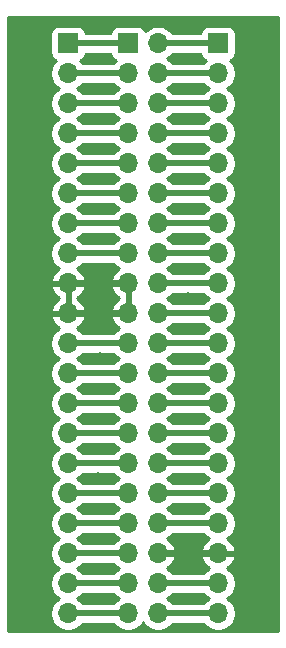
<source format=gbr>
%TF.GenerationSoftware,KiCad,Pcbnew,(5.1.6)-1*%
%TF.CreationDate,2021-12-04T14:03:29-08:00*%
%TF.ProjectId,Speeduino Pin Test Board,53706565-6475-4696-9e6f-2050696e2054,rev?*%
%TF.SameCoordinates,Original*%
%TF.FileFunction,Copper,L1,Top*%
%TF.FilePolarity,Positive*%
%FSLAX46Y46*%
G04 Gerber Fmt 4.6, Leading zero omitted, Abs format (unit mm)*
G04 Created by KiCad (PCBNEW (5.1.6)-1) date 2021-12-04 14:03:29*
%MOMM*%
%LPD*%
G01*
G04 APERTURE LIST*
%TA.AperFunction,ComponentPad*%
%ADD10O,1.700000X1.700000*%
%TD*%
%TA.AperFunction,ComponentPad*%
%ADD11R,1.700000X1.700000*%
%TD*%
%TA.AperFunction,ViaPad*%
%ADD12C,0.800000*%
%TD*%
%TA.AperFunction,Conductor*%
%ADD13C,0.508000*%
%TD*%
%TA.AperFunction,Conductor*%
%ADD14C,0.254000*%
%TD*%
G04 APERTURE END LIST*
D10*
%TO.P,J2,21*%
%TO.N,Net-(J2-Pad21)*%
X139700000Y-106426000D03*
%TO.P,J2,20*%
%TO.N,Net-(J1-Pad20)*%
X137160000Y-106426000D03*
%TO.P,J2,22*%
%TO.N,Net-(J2-Pad22)*%
X139700000Y-103886000D03*
%TO.P,J2,19*%
%TO.N,Net-(J1-Pad19)*%
X137160000Y-103886000D03*
%TO.P,J2,23*%
%TO.N,GND*%
X139700000Y-101346000D03*
%TO.P,J2,18*%
%TO.N,Net-(J1-Pad18)*%
X137160000Y-101346000D03*
%TO.P,J2,24*%
%TO.N,Net-(J2-Pad24)*%
X139700000Y-98806000D03*
%TO.P,J2,17*%
%TO.N,Net-(J1-Pad17)*%
X137160000Y-98806000D03*
%TO.P,J2,25*%
%TO.N,Net-(J2-Pad25)*%
X139700000Y-96266000D03*
%TO.P,J2,16*%
%TO.N,Net-(J1-Pad16)*%
X137160000Y-96266000D03*
%TO.P,J2,26*%
%TO.N,Net-(J2-Pad26)*%
X139700000Y-93726000D03*
%TO.P,J2,15*%
%TO.N,Net-(J1-Pad15)*%
X137160000Y-93726000D03*
%TO.P,J2,27*%
%TO.N,Net-(J2-Pad27)*%
X139700000Y-91186000D03*
%TO.P,J2,14*%
%TO.N,Net-(J1-Pad14)*%
X137160000Y-91186000D03*
%TO.P,J2,28*%
%TO.N,Net-(J2-Pad28)*%
X139700000Y-88646000D03*
%TO.P,J2,13*%
%TO.N,Net-(J1-Pad13)*%
X137160000Y-88646000D03*
%TO.P,J2,29*%
%TO.N,Net-(J2-Pad29)*%
X139700000Y-86106000D03*
%TO.P,J2,12*%
%TO.N,Net-(J1-Pad12)*%
X137160000Y-86106000D03*
%TO.P,J2,30*%
%TO.N,Net-(J2-Pad30)*%
X139700000Y-83566000D03*
%TO.P,J2,11*%
%TO.N,Net-(J1-Pad11)*%
X137160000Y-83566000D03*
%TO.P,J2,31*%
%TO.N,Net-(J2-Pad31)*%
X139700000Y-81026000D03*
%TO.P,J2,10*%
%TO.N,GND*%
X137160000Y-81026000D03*
%TO.P,J2,32*%
%TO.N,Net-(J2-Pad32)*%
X139700000Y-78486000D03*
%TO.P,J2,9*%
%TO.N,GND*%
X137160000Y-78486000D03*
%TO.P,J2,33*%
%TO.N,Net-(J2-Pad33)*%
X139700000Y-75946000D03*
%TO.P,J2,8*%
%TO.N,Net-(J1-Pad8)*%
X137160000Y-75946000D03*
%TO.P,J2,34*%
%TO.N,Net-(J2-Pad34)*%
X139700000Y-73406000D03*
%TO.P,J2,7*%
%TO.N,Net-(J1-Pad7)*%
X137160000Y-73406000D03*
%TO.P,J2,35*%
%TO.N,Net-(J2-Pad35)*%
X139700000Y-70866000D03*
%TO.P,J2,6*%
%TO.N,Net-(J1-Pad6)*%
X137160000Y-70866000D03*
%TO.P,J2,36*%
%TO.N,Net-(J2-Pad36)*%
X139700000Y-68326000D03*
%TO.P,J2,5*%
%TO.N,Net-(J1-Pad5)*%
X137160000Y-68326000D03*
%TO.P,J2,37*%
%TO.N,Net-(J2-Pad37)*%
X139700000Y-65786000D03*
%TO.P,J2,4*%
%TO.N,Net-(J1-Pad4)*%
X137160000Y-65786000D03*
%TO.P,J2,38*%
%TO.N,Net-(J2-Pad38)*%
X139700000Y-63246000D03*
%TO.P,J2,3*%
%TO.N,Net-(J1-Pad3)*%
X137160000Y-63246000D03*
%TO.P,J2,39*%
%TO.N,Net-(J2-Pad39)*%
X139700000Y-60706000D03*
%TO.P,J2,2*%
%TO.N,Net-(J1-Pad2)*%
X137160000Y-60706000D03*
%TO.P,J2,40*%
%TO.N,Net-(J2-Pad40)*%
X139700000Y-58166000D03*
D11*
%TO.P,J2,1*%
%TO.N,Net-(J1-Pad1)*%
X137160000Y-58166000D03*
%TD*%
D10*
%TO.P,J3,20*%
%TO.N,Net-(J2-Pad21)*%
X144780000Y-106426000D03*
%TO.P,J3,19*%
%TO.N,Net-(J2-Pad22)*%
X144780000Y-103886000D03*
%TO.P,J3,18*%
%TO.N,GND*%
X144780000Y-101346000D03*
%TO.P,J3,17*%
%TO.N,Net-(J2-Pad24)*%
X144780000Y-98806000D03*
%TO.P,J3,16*%
%TO.N,Net-(J2-Pad25)*%
X144780000Y-96266000D03*
%TO.P,J3,15*%
%TO.N,Net-(J2-Pad26)*%
X144780000Y-93726000D03*
%TO.P,J3,14*%
%TO.N,Net-(J2-Pad27)*%
X144780000Y-91186000D03*
%TO.P,J3,13*%
%TO.N,Net-(J2-Pad28)*%
X144780000Y-88646000D03*
%TO.P,J3,12*%
%TO.N,Net-(J2-Pad29)*%
X144780000Y-86106000D03*
%TO.P,J3,11*%
%TO.N,Net-(J2-Pad30)*%
X144780000Y-83566000D03*
%TO.P,J3,10*%
%TO.N,Net-(J2-Pad31)*%
X144780000Y-81026000D03*
%TO.P,J3,9*%
%TO.N,Net-(J2-Pad32)*%
X144780000Y-78486000D03*
%TO.P,J3,8*%
%TO.N,Net-(J2-Pad33)*%
X144780000Y-75946000D03*
%TO.P,J3,7*%
%TO.N,Net-(J2-Pad34)*%
X144780000Y-73406000D03*
%TO.P,J3,6*%
%TO.N,Net-(J2-Pad35)*%
X144780000Y-70866000D03*
%TO.P,J3,5*%
%TO.N,Net-(J2-Pad36)*%
X144780000Y-68326000D03*
%TO.P,J3,4*%
%TO.N,Net-(J2-Pad37)*%
X144780000Y-65786000D03*
%TO.P,J3,3*%
%TO.N,Net-(J2-Pad38)*%
X144780000Y-63246000D03*
%TO.P,J3,2*%
%TO.N,Net-(J2-Pad39)*%
X144780000Y-60706000D03*
D11*
%TO.P,J3,1*%
%TO.N,Net-(J2-Pad40)*%
X144780000Y-58166000D03*
%TD*%
D10*
%TO.P,J1,20*%
%TO.N,Net-(J1-Pad20)*%
X132080000Y-106426000D03*
%TO.P,J1,19*%
%TO.N,Net-(J1-Pad19)*%
X132080000Y-103886000D03*
%TO.P,J1,18*%
%TO.N,Net-(J1-Pad18)*%
X132080000Y-101346000D03*
%TO.P,J1,17*%
%TO.N,Net-(J1-Pad17)*%
X132080000Y-98806000D03*
%TO.P,J1,16*%
%TO.N,Net-(J1-Pad16)*%
X132080000Y-96266000D03*
%TO.P,J1,15*%
%TO.N,Net-(J1-Pad15)*%
X132080000Y-93726000D03*
%TO.P,J1,14*%
%TO.N,Net-(J1-Pad14)*%
X132080000Y-91186000D03*
%TO.P,J1,13*%
%TO.N,Net-(J1-Pad13)*%
X132080000Y-88646000D03*
%TO.P,J1,12*%
%TO.N,Net-(J1-Pad12)*%
X132080000Y-86106000D03*
%TO.P,J1,11*%
%TO.N,Net-(J1-Pad11)*%
X132080000Y-83566000D03*
%TO.P,J1,10*%
%TO.N,GND*%
X132080000Y-81026000D03*
%TO.P,J1,9*%
X132080000Y-78486000D03*
%TO.P,J1,8*%
%TO.N,Net-(J1-Pad8)*%
X132080000Y-75946000D03*
%TO.P,J1,7*%
%TO.N,Net-(J1-Pad7)*%
X132080000Y-73406000D03*
%TO.P,J1,6*%
%TO.N,Net-(J1-Pad6)*%
X132080000Y-70866000D03*
%TO.P,J1,5*%
%TO.N,Net-(J1-Pad5)*%
X132080000Y-68326000D03*
%TO.P,J1,4*%
%TO.N,Net-(J1-Pad4)*%
X132080000Y-65786000D03*
%TO.P,J1,3*%
%TO.N,Net-(J1-Pad3)*%
X132080000Y-63246000D03*
%TO.P,J1,2*%
%TO.N,Net-(J1-Pad2)*%
X132080000Y-60706000D03*
D11*
%TO.P,J1,1*%
%TO.N,Net-(J1-Pad1)*%
X132080000Y-58166000D03*
%TD*%
D12*
%TO.N,GND*%
X142240000Y-105156000D03*
X134620000Y-105283000D03*
X134620000Y-102616000D03*
X134620000Y-100203000D03*
X134620000Y-97663000D03*
X142240000Y-97663000D03*
X142240000Y-95123000D03*
X134620000Y-94869000D03*
X134620000Y-92456000D03*
X142240000Y-92456000D03*
X134620000Y-89916000D03*
X142240000Y-89916000D03*
X134620000Y-87376000D03*
X142367000Y-87503000D03*
X142367000Y-84963000D03*
X134747000Y-84709000D03*
X142367000Y-82296000D03*
X142240000Y-79629000D03*
X142113000Y-77343000D03*
X142113000Y-74676000D03*
X134620000Y-74803000D03*
X134747000Y-72136000D03*
X134747000Y-77470000D03*
X134620000Y-79883000D03*
X134620000Y-82296000D03*
X142240000Y-72136000D03*
X142367000Y-69596000D03*
X134493000Y-69596000D03*
X134493000Y-67056000D03*
X142240000Y-67183000D03*
X142240000Y-64643000D03*
X134620000Y-64516000D03*
X134620000Y-61976000D03*
X142240000Y-61976000D03*
X142240000Y-59436000D03*
X134620000Y-59436000D03*
X128143000Y-57023000D03*
X148590000Y-57023000D03*
X148590000Y-106680000D03*
X128651000Y-106426000D03*
%TD*%
D13*
%TO.N,Net-(J1-Pad20)*%
X132080000Y-106426000D02*
X137160000Y-106426000D01*
%TO.N,Net-(J1-Pad19)*%
X132080000Y-103886000D02*
X137160000Y-103886000D01*
%TO.N,Net-(J1-Pad18)*%
X132080000Y-101346000D02*
X137160000Y-101346000D01*
%TO.N,Net-(J1-Pad17)*%
X132080000Y-98806000D02*
X137160000Y-98806000D01*
%TO.N,Net-(J1-Pad16)*%
X132080000Y-96266000D02*
X137160000Y-96266000D01*
%TO.N,Net-(J1-Pad15)*%
X132080000Y-93726000D02*
X137160000Y-93726000D01*
%TO.N,Net-(J1-Pad14)*%
X132080000Y-91186000D02*
X137160000Y-91186000D01*
%TO.N,Net-(J1-Pad13)*%
X132080000Y-88646000D02*
X137160000Y-88646000D01*
%TO.N,Net-(J1-Pad12)*%
X132080000Y-86106000D02*
X137160000Y-86106000D01*
%TO.N,Net-(J1-Pad11)*%
X132080000Y-83566000D02*
X137160000Y-83566000D01*
%TO.N,Net-(J1-Pad8)*%
X132080000Y-75946000D02*
X137160000Y-75946000D01*
%TO.N,Net-(J1-Pad7)*%
X132080000Y-73406000D02*
X137160000Y-73406000D01*
%TO.N,Net-(J1-Pad6)*%
X132080000Y-70866000D02*
X137160000Y-70866000D01*
%TO.N,Net-(J1-Pad5)*%
X132080000Y-68326000D02*
X137160000Y-68326000D01*
%TO.N,Net-(J1-Pad4)*%
X132080000Y-65786000D02*
X137160000Y-65786000D01*
%TO.N,Net-(J1-Pad3)*%
X132080000Y-63246000D02*
X137160000Y-63246000D01*
%TO.N,Net-(J1-Pad2)*%
X132080000Y-60706000D02*
X137160000Y-60706000D01*
%TO.N,Net-(J1-Pad1)*%
X132080000Y-58166000D02*
X137160000Y-58166000D01*
%TO.N,Net-(J2-Pad40)*%
X139700000Y-58166000D02*
X144780000Y-58166000D01*
%TO.N,Net-(J2-Pad39)*%
X139700000Y-60706000D02*
X144780000Y-60706000D01*
%TO.N,Net-(J2-Pad38)*%
X139700000Y-63246000D02*
X144780000Y-63246000D01*
%TO.N,Net-(J2-Pad37)*%
X139700000Y-65786000D02*
X144780000Y-65786000D01*
%TO.N,Net-(J2-Pad36)*%
X139700000Y-68326000D02*
X144780000Y-68326000D01*
%TO.N,Net-(J2-Pad35)*%
X139700000Y-70866000D02*
X144780000Y-70866000D01*
%TO.N,Net-(J2-Pad34)*%
X139700000Y-73406000D02*
X144780000Y-73406000D01*
%TO.N,Net-(J2-Pad33)*%
X139700000Y-75946000D02*
X144780000Y-75946000D01*
%TO.N,Net-(J2-Pad32)*%
X139700000Y-78486000D02*
X144780000Y-78486000D01*
%TO.N,Net-(J2-Pad31)*%
X139700000Y-81026000D02*
X144780000Y-81026000D01*
%TO.N,Net-(J2-Pad30)*%
X139700000Y-83566000D02*
X144780000Y-83566000D01*
%TO.N,Net-(J2-Pad29)*%
X139700000Y-86106000D02*
X144780000Y-86106000D01*
%TO.N,Net-(J2-Pad28)*%
X139700000Y-88646000D02*
X144780000Y-88646000D01*
%TO.N,Net-(J2-Pad27)*%
X139700000Y-91186000D02*
X144780000Y-91186000D01*
%TO.N,Net-(J2-Pad26)*%
X139700000Y-93726000D02*
X144780000Y-93726000D01*
%TO.N,Net-(J2-Pad25)*%
X139700000Y-96266000D02*
X144780000Y-96266000D01*
%TO.N,Net-(J2-Pad24)*%
X139700000Y-98806000D02*
X144780000Y-98806000D01*
%TO.N,Net-(J2-Pad22)*%
X139700000Y-103886000D02*
X144780000Y-103886000D01*
%TO.N,Net-(J2-Pad21)*%
X139700000Y-106426000D02*
X144780000Y-106426000D01*
%TO.N,GND*%
X132080000Y-81026000D02*
X137160000Y-81026000D01*
X132080000Y-78486000D02*
X137160000Y-78486000D01*
X139700000Y-101346000D02*
X144780000Y-101346000D01*
%TD*%
D14*
%TO.N,GND*%
G36*
X149835001Y-107925000D02*
G01*
X127025000Y-107925000D01*
X127025000Y-78842890D01*
X130638524Y-78842890D01*
X130683175Y-78990099D01*
X130808359Y-79252920D01*
X130982412Y-79486269D01*
X131198645Y-79681178D01*
X131324255Y-79756000D01*
X131198645Y-79830822D01*
X130982412Y-80025731D01*
X130808359Y-80259080D01*
X130683175Y-80521901D01*
X130638524Y-80669110D01*
X130759845Y-80899000D01*
X131953000Y-80899000D01*
X131953000Y-78613000D01*
X132207000Y-78613000D01*
X132207000Y-80899000D01*
X133400155Y-80899000D01*
X133521476Y-80669110D01*
X133476825Y-80521901D01*
X133351641Y-80259080D01*
X133177588Y-80025731D01*
X132961355Y-79830822D01*
X132835745Y-79756000D01*
X132961355Y-79681178D01*
X133177588Y-79486269D01*
X133351641Y-79252920D01*
X133476825Y-78990099D01*
X133521476Y-78842890D01*
X135718524Y-78842890D01*
X135763175Y-78990099D01*
X135888359Y-79252920D01*
X136062412Y-79486269D01*
X136278645Y-79681178D01*
X136404255Y-79756000D01*
X136278645Y-79830822D01*
X136062412Y-80025731D01*
X135888359Y-80259080D01*
X135763175Y-80521901D01*
X135718524Y-80669110D01*
X135839845Y-80899000D01*
X137033000Y-80899000D01*
X137033000Y-78613000D01*
X135839845Y-78613000D01*
X135718524Y-78842890D01*
X133521476Y-78842890D01*
X133400155Y-78613000D01*
X132207000Y-78613000D01*
X131953000Y-78613000D01*
X130759845Y-78613000D01*
X130638524Y-78842890D01*
X127025000Y-78842890D01*
X127025000Y-57316000D01*
X130591928Y-57316000D01*
X130591928Y-59016000D01*
X130604188Y-59140482D01*
X130640498Y-59260180D01*
X130699463Y-59370494D01*
X130778815Y-59467185D01*
X130875506Y-59546537D01*
X130985820Y-59605502D01*
X131058380Y-59627513D01*
X130926525Y-59759368D01*
X130764010Y-60002589D01*
X130652068Y-60272842D01*
X130595000Y-60559740D01*
X130595000Y-60852260D01*
X130652068Y-61139158D01*
X130764010Y-61409411D01*
X130926525Y-61652632D01*
X131133368Y-61859475D01*
X131307760Y-61976000D01*
X131133368Y-62092525D01*
X130926525Y-62299368D01*
X130764010Y-62542589D01*
X130652068Y-62812842D01*
X130595000Y-63099740D01*
X130595000Y-63392260D01*
X130652068Y-63679158D01*
X130764010Y-63949411D01*
X130926525Y-64192632D01*
X131133368Y-64399475D01*
X131307760Y-64516000D01*
X131133368Y-64632525D01*
X130926525Y-64839368D01*
X130764010Y-65082589D01*
X130652068Y-65352842D01*
X130595000Y-65639740D01*
X130595000Y-65932260D01*
X130652068Y-66219158D01*
X130764010Y-66489411D01*
X130926525Y-66732632D01*
X131133368Y-66939475D01*
X131307760Y-67056000D01*
X131133368Y-67172525D01*
X130926525Y-67379368D01*
X130764010Y-67622589D01*
X130652068Y-67892842D01*
X130595000Y-68179740D01*
X130595000Y-68472260D01*
X130652068Y-68759158D01*
X130764010Y-69029411D01*
X130926525Y-69272632D01*
X131133368Y-69479475D01*
X131307760Y-69596000D01*
X131133368Y-69712525D01*
X130926525Y-69919368D01*
X130764010Y-70162589D01*
X130652068Y-70432842D01*
X130595000Y-70719740D01*
X130595000Y-71012260D01*
X130652068Y-71299158D01*
X130764010Y-71569411D01*
X130926525Y-71812632D01*
X131133368Y-72019475D01*
X131307760Y-72136000D01*
X131133368Y-72252525D01*
X130926525Y-72459368D01*
X130764010Y-72702589D01*
X130652068Y-72972842D01*
X130595000Y-73259740D01*
X130595000Y-73552260D01*
X130652068Y-73839158D01*
X130764010Y-74109411D01*
X130926525Y-74352632D01*
X131133368Y-74559475D01*
X131307760Y-74676000D01*
X131133368Y-74792525D01*
X130926525Y-74999368D01*
X130764010Y-75242589D01*
X130652068Y-75512842D01*
X130595000Y-75799740D01*
X130595000Y-76092260D01*
X130652068Y-76379158D01*
X130764010Y-76649411D01*
X130926525Y-76892632D01*
X131133368Y-77099475D01*
X131315534Y-77221195D01*
X131198645Y-77290822D01*
X130982412Y-77485731D01*
X130808359Y-77719080D01*
X130683175Y-77981901D01*
X130638524Y-78129110D01*
X130759845Y-78359000D01*
X131953000Y-78359000D01*
X131953000Y-78339000D01*
X132207000Y-78339000D01*
X132207000Y-78359000D01*
X133400155Y-78359000D01*
X133521476Y-78129110D01*
X133476825Y-77981901D01*
X133351641Y-77719080D01*
X133177588Y-77485731D01*
X132961355Y-77290822D01*
X132844466Y-77221195D01*
X133026632Y-77099475D01*
X133233475Y-76892632D01*
X133271983Y-76835000D01*
X135968017Y-76835000D01*
X136006525Y-76892632D01*
X136213368Y-77099475D01*
X136395534Y-77221195D01*
X136278645Y-77290822D01*
X136062412Y-77485731D01*
X135888359Y-77719080D01*
X135763175Y-77981901D01*
X135718524Y-78129110D01*
X135839845Y-78359000D01*
X137033000Y-78359000D01*
X137033000Y-78339000D01*
X137287000Y-78339000D01*
X137287000Y-78359000D01*
X137307000Y-78359000D01*
X137307000Y-78613000D01*
X137287000Y-78613000D01*
X137287000Y-80899000D01*
X137307000Y-80899000D01*
X137307000Y-81153000D01*
X137287000Y-81153000D01*
X137287000Y-81173000D01*
X137033000Y-81173000D01*
X137033000Y-81153000D01*
X135839845Y-81153000D01*
X135718524Y-81382890D01*
X135763175Y-81530099D01*
X135888359Y-81792920D01*
X136062412Y-82026269D01*
X136278645Y-82221178D01*
X136395534Y-82290805D01*
X136213368Y-82412525D01*
X136006525Y-82619368D01*
X135968017Y-82677000D01*
X133271983Y-82677000D01*
X133233475Y-82619368D01*
X133026632Y-82412525D01*
X132844466Y-82290805D01*
X132961355Y-82221178D01*
X133177588Y-82026269D01*
X133351641Y-81792920D01*
X133476825Y-81530099D01*
X133521476Y-81382890D01*
X133400155Y-81153000D01*
X132207000Y-81153000D01*
X132207000Y-81173000D01*
X131953000Y-81173000D01*
X131953000Y-81153000D01*
X130759845Y-81153000D01*
X130638524Y-81382890D01*
X130683175Y-81530099D01*
X130808359Y-81792920D01*
X130982412Y-82026269D01*
X131198645Y-82221178D01*
X131315534Y-82290805D01*
X131133368Y-82412525D01*
X130926525Y-82619368D01*
X130764010Y-82862589D01*
X130652068Y-83132842D01*
X130595000Y-83419740D01*
X130595000Y-83712260D01*
X130652068Y-83999158D01*
X130764010Y-84269411D01*
X130926525Y-84512632D01*
X131133368Y-84719475D01*
X131307760Y-84836000D01*
X131133368Y-84952525D01*
X130926525Y-85159368D01*
X130764010Y-85402589D01*
X130652068Y-85672842D01*
X130595000Y-85959740D01*
X130595000Y-86252260D01*
X130652068Y-86539158D01*
X130764010Y-86809411D01*
X130926525Y-87052632D01*
X131133368Y-87259475D01*
X131307760Y-87376000D01*
X131133368Y-87492525D01*
X130926525Y-87699368D01*
X130764010Y-87942589D01*
X130652068Y-88212842D01*
X130595000Y-88499740D01*
X130595000Y-88792260D01*
X130652068Y-89079158D01*
X130764010Y-89349411D01*
X130926525Y-89592632D01*
X131133368Y-89799475D01*
X131307760Y-89916000D01*
X131133368Y-90032525D01*
X130926525Y-90239368D01*
X130764010Y-90482589D01*
X130652068Y-90752842D01*
X130595000Y-91039740D01*
X130595000Y-91332260D01*
X130652068Y-91619158D01*
X130764010Y-91889411D01*
X130926525Y-92132632D01*
X131133368Y-92339475D01*
X131307760Y-92456000D01*
X131133368Y-92572525D01*
X130926525Y-92779368D01*
X130764010Y-93022589D01*
X130652068Y-93292842D01*
X130595000Y-93579740D01*
X130595000Y-93872260D01*
X130652068Y-94159158D01*
X130764010Y-94429411D01*
X130926525Y-94672632D01*
X131133368Y-94879475D01*
X131307760Y-94996000D01*
X131133368Y-95112525D01*
X130926525Y-95319368D01*
X130764010Y-95562589D01*
X130652068Y-95832842D01*
X130595000Y-96119740D01*
X130595000Y-96412260D01*
X130652068Y-96699158D01*
X130764010Y-96969411D01*
X130926525Y-97212632D01*
X131133368Y-97419475D01*
X131307760Y-97536000D01*
X131133368Y-97652525D01*
X130926525Y-97859368D01*
X130764010Y-98102589D01*
X130652068Y-98372842D01*
X130595000Y-98659740D01*
X130595000Y-98952260D01*
X130652068Y-99239158D01*
X130764010Y-99509411D01*
X130926525Y-99752632D01*
X131133368Y-99959475D01*
X131307760Y-100076000D01*
X131133368Y-100192525D01*
X130926525Y-100399368D01*
X130764010Y-100642589D01*
X130652068Y-100912842D01*
X130595000Y-101199740D01*
X130595000Y-101492260D01*
X130652068Y-101779158D01*
X130764010Y-102049411D01*
X130926525Y-102292632D01*
X131133368Y-102499475D01*
X131307760Y-102616000D01*
X131133368Y-102732525D01*
X130926525Y-102939368D01*
X130764010Y-103182589D01*
X130652068Y-103452842D01*
X130595000Y-103739740D01*
X130595000Y-104032260D01*
X130652068Y-104319158D01*
X130764010Y-104589411D01*
X130926525Y-104832632D01*
X131133368Y-105039475D01*
X131307760Y-105156000D01*
X131133368Y-105272525D01*
X130926525Y-105479368D01*
X130764010Y-105722589D01*
X130652068Y-105992842D01*
X130595000Y-106279740D01*
X130595000Y-106572260D01*
X130652068Y-106859158D01*
X130764010Y-107129411D01*
X130926525Y-107372632D01*
X131133368Y-107579475D01*
X131376589Y-107741990D01*
X131646842Y-107853932D01*
X131933740Y-107911000D01*
X132226260Y-107911000D01*
X132513158Y-107853932D01*
X132783411Y-107741990D01*
X133026632Y-107579475D01*
X133233475Y-107372632D01*
X133271983Y-107315000D01*
X135968017Y-107315000D01*
X136006525Y-107372632D01*
X136213368Y-107579475D01*
X136456589Y-107741990D01*
X136726842Y-107853932D01*
X137013740Y-107911000D01*
X137306260Y-107911000D01*
X137593158Y-107853932D01*
X137863411Y-107741990D01*
X138106632Y-107579475D01*
X138313475Y-107372632D01*
X138430000Y-107198240D01*
X138546525Y-107372632D01*
X138753368Y-107579475D01*
X138996589Y-107741990D01*
X139266842Y-107853932D01*
X139553740Y-107911000D01*
X139846260Y-107911000D01*
X140133158Y-107853932D01*
X140403411Y-107741990D01*
X140646632Y-107579475D01*
X140853475Y-107372632D01*
X140891983Y-107315000D01*
X143588017Y-107315000D01*
X143626525Y-107372632D01*
X143833368Y-107579475D01*
X144076589Y-107741990D01*
X144346842Y-107853932D01*
X144633740Y-107911000D01*
X144926260Y-107911000D01*
X145213158Y-107853932D01*
X145483411Y-107741990D01*
X145726632Y-107579475D01*
X145933475Y-107372632D01*
X146095990Y-107129411D01*
X146207932Y-106859158D01*
X146265000Y-106572260D01*
X146265000Y-106279740D01*
X146207932Y-105992842D01*
X146095990Y-105722589D01*
X145933475Y-105479368D01*
X145726632Y-105272525D01*
X145552240Y-105156000D01*
X145726632Y-105039475D01*
X145933475Y-104832632D01*
X146095990Y-104589411D01*
X146207932Y-104319158D01*
X146265000Y-104032260D01*
X146265000Y-103739740D01*
X146207932Y-103452842D01*
X146095990Y-103182589D01*
X145933475Y-102939368D01*
X145726632Y-102732525D01*
X145544466Y-102610805D01*
X145661355Y-102541178D01*
X145877588Y-102346269D01*
X146051641Y-102112920D01*
X146176825Y-101850099D01*
X146221476Y-101702890D01*
X146100155Y-101473000D01*
X144907000Y-101473000D01*
X144907000Y-101493000D01*
X144653000Y-101493000D01*
X144653000Y-101473000D01*
X143459845Y-101473000D01*
X143338524Y-101702890D01*
X143383175Y-101850099D01*
X143508359Y-102112920D01*
X143682412Y-102346269D01*
X143898645Y-102541178D01*
X144015534Y-102610805D01*
X143833368Y-102732525D01*
X143626525Y-102939368D01*
X143588017Y-102997000D01*
X140891983Y-102997000D01*
X140853475Y-102939368D01*
X140646632Y-102732525D01*
X140464466Y-102610805D01*
X140581355Y-102541178D01*
X140797588Y-102346269D01*
X140971641Y-102112920D01*
X141096825Y-101850099D01*
X141141476Y-101702890D01*
X141020155Y-101473000D01*
X139827000Y-101473000D01*
X139827000Y-101493000D01*
X139573000Y-101493000D01*
X139573000Y-101473000D01*
X139553000Y-101473000D01*
X139553000Y-101219000D01*
X139573000Y-101219000D01*
X139573000Y-101199000D01*
X139827000Y-101199000D01*
X139827000Y-101219000D01*
X141020155Y-101219000D01*
X141141476Y-100989110D01*
X141096825Y-100841901D01*
X140971641Y-100579080D01*
X140797588Y-100345731D01*
X140581355Y-100150822D01*
X140464466Y-100081195D01*
X140646632Y-99959475D01*
X140853475Y-99752632D01*
X140891983Y-99695000D01*
X143588017Y-99695000D01*
X143626525Y-99752632D01*
X143833368Y-99959475D01*
X144015534Y-100081195D01*
X143898645Y-100150822D01*
X143682412Y-100345731D01*
X143508359Y-100579080D01*
X143383175Y-100841901D01*
X143338524Y-100989110D01*
X143459845Y-101219000D01*
X144653000Y-101219000D01*
X144653000Y-101199000D01*
X144907000Y-101199000D01*
X144907000Y-101219000D01*
X146100155Y-101219000D01*
X146221476Y-100989110D01*
X146176825Y-100841901D01*
X146051641Y-100579080D01*
X145877588Y-100345731D01*
X145661355Y-100150822D01*
X145544466Y-100081195D01*
X145726632Y-99959475D01*
X145933475Y-99752632D01*
X146095990Y-99509411D01*
X146207932Y-99239158D01*
X146265000Y-98952260D01*
X146265000Y-98659740D01*
X146207932Y-98372842D01*
X146095990Y-98102589D01*
X145933475Y-97859368D01*
X145726632Y-97652525D01*
X145552240Y-97536000D01*
X145726632Y-97419475D01*
X145933475Y-97212632D01*
X146095990Y-96969411D01*
X146207932Y-96699158D01*
X146265000Y-96412260D01*
X146265000Y-96119740D01*
X146207932Y-95832842D01*
X146095990Y-95562589D01*
X145933475Y-95319368D01*
X145726632Y-95112525D01*
X145552240Y-94996000D01*
X145726632Y-94879475D01*
X145933475Y-94672632D01*
X146095990Y-94429411D01*
X146207932Y-94159158D01*
X146265000Y-93872260D01*
X146265000Y-93579740D01*
X146207932Y-93292842D01*
X146095990Y-93022589D01*
X145933475Y-92779368D01*
X145726632Y-92572525D01*
X145552240Y-92456000D01*
X145726632Y-92339475D01*
X145933475Y-92132632D01*
X146095990Y-91889411D01*
X146207932Y-91619158D01*
X146265000Y-91332260D01*
X146265000Y-91039740D01*
X146207932Y-90752842D01*
X146095990Y-90482589D01*
X145933475Y-90239368D01*
X145726632Y-90032525D01*
X145552240Y-89916000D01*
X145726632Y-89799475D01*
X145933475Y-89592632D01*
X146095990Y-89349411D01*
X146207932Y-89079158D01*
X146265000Y-88792260D01*
X146265000Y-88499740D01*
X146207932Y-88212842D01*
X146095990Y-87942589D01*
X145933475Y-87699368D01*
X145726632Y-87492525D01*
X145552240Y-87376000D01*
X145726632Y-87259475D01*
X145933475Y-87052632D01*
X146095990Y-86809411D01*
X146207932Y-86539158D01*
X146265000Y-86252260D01*
X146265000Y-85959740D01*
X146207932Y-85672842D01*
X146095990Y-85402589D01*
X145933475Y-85159368D01*
X145726632Y-84952525D01*
X145552240Y-84836000D01*
X145726632Y-84719475D01*
X145933475Y-84512632D01*
X146095990Y-84269411D01*
X146207932Y-83999158D01*
X146265000Y-83712260D01*
X146265000Y-83419740D01*
X146207932Y-83132842D01*
X146095990Y-82862589D01*
X145933475Y-82619368D01*
X145726632Y-82412525D01*
X145552240Y-82296000D01*
X145726632Y-82179475D01*
X145933475Y-81972632D01*
X146095990Y-81729411D01*
X146207932Y-81459158D01*
X146265000Y-81172260D01*
X146265000Y-80879740D01*
X146207932Y-80592842D01*
X146095990Y-80322589D01*
X145933475Y-80079368D01*
X145726632Y-79872525D01*
X145552240Y-79756000D01*
X145726632Y-79639475D01*
X145933475Y-79432632D01*
X146095990Y-79189411D01*
X146207932Y-78919158D01*
X146265000Y-78632260D01*
X146265000Y-78339740D01*
X146207932Y-78052842D01*
X146095990Y-77782589D01*
X145933475Y-77539368D01*
X145726632Y-77332525D01*
X145552240Y-77216000D01*
X145726632Y-77099475D01*
X145933475Y-76892632D01*
X146095990Y-76649411D01*
X146207932Y-76379158D01*
X146265000Y-76092260D01*
X146265000Y-75799740D01*
X146207932Y-75512842D01*
X146095990Y-75242589D01*
X145933475Y-74999368D01*
X145726632Y-74792525D01*
X145552240Y-74676000D01*
X145726632Y-74559475D01*
X145933475Y-74352632D01*
X146095990Y-74109411D01*
X146207932Y-73839158D01*
X146265000Y-73552260D01*
X146265000Y-73259740D01*
X146207932Y-72972842D01*
X146095990Y-72702589D01*
X145933475Y-72459368D01*
X145726632Y-72252525D01*
X145552240Y-72136000D01*
X145726632Y-72019475D01*
X145933475Y-71812632D01*
X146095990Y-71569411D01*
X146207932Y-71299158D01*
X146265000Y-71012260D01*
X146265000Y-70719740D01*
X146207932Y-70432842D01*
X146095990Y-70162589D01*
X145933475Y-69919368D01*
X145726632Y-69712525D01*
X145552240Y-69596000D01*
X145726632Y-69479475D01*
X145933475Y-69272632D01*
X146095990Y-69029411D01*
X146207932Y-68759158D01*
X146265000Y-68472260D01*
X146265000Y-68179740D01*
X146207932Y-67892842D01*
X146095990Y-67622589D01*
X145933475Y-67379368D01*
X145726632Y-67172525D01*
X145552240Y-67056000D01*
X145726632Y-66939475D01*
X145933475Y-66732632D01*
X146095990Y-66489411D01*
X146207932Y-66219158D01*
X146265000Y-65932260D01*
X146265000Y-65639740D01*
X146207932Y-65352842D01*
X146095990Y-65082589D01*
X145933475Y-64839368D01*
X145726632Y-64632525D01*
X145552240Y-64516000D01*
X145726632Y-64399475D01*
X145933475Y-64192632D01*
X146095990Y-63949411D01*
X146207932Y-63679158D01*
X146265000Y-63392260D01*
X146265000Y-63099740D01*
X146207932Y-62812842D01*
X146095990Y-62542589D01*
X145933475Y-62299368D01*
X145726632Y-62092525D01*
X145552240Y-61976000D01*
X145726632Y-61859475D01*
X145933475Y-61652632D01*
X146095990Y-61409411D01*
X146207932Y-61139158D01*
X146265000Y-60852260D01*
X146265000Y-60559740D01*
X146207932Y-60272842D01*
X146095990Y-60002589D01*
X145933475Y-59759368D01*
X145801620Y-59627513D01*
X145874180Y-59605502D01*
X145984494Y-59546537D01*
X146081185Y-59467185D01*
X146160537Y-59370494D01*
X146219502Y-59260180D01*
X146255812Y-59140482D01*
X146268072Y-59016000D01*
X146268072Y-57316000D01*
X146255812Y-57191518D01*
X146219502Y-57071820D01*
X146160537Y-56961506D01*
X146081185Y-56864815D01*
X145984494Y-56785463D01*
X145874180Y-56726498D01*
X145754482Y-56690188D01*
X145630000Y-56677928D01*
X143930000Y-56677928D01*
X143805518Y-56690188D01*
X143685820Y-56726498D01*
X143575506Y-56785463D01*
X143478815Y-56864815D01*
X143399463Y-56961506D01*
X143340498Y-57071820D01*
X143304188Y-57191518D01*
X143295769Y-57277000D01*
X140891983Y-57277000D01*
X140853475Y-57219368D01*
X140646632Y-57012525D01*
X140403411Y-56850010D01*
X140133158Y-56738068D01*
X139846260Y-56681000D01*
X139553740Y-56681000D01*
X139266842Y-56738068D01*
X138996589Y-56850010D01*
X138753368Y-57012525D01*
X138621513Y-57144380D01*
X138599502Y-57071820D01*
X138540537Y-56961506D01*
X138461185Y-56864815D01*
X138364494Y-56785463D01*
X138254180Y-56726498D01*
X138134482Y-56690188D01*
X138010000Y-56677928D01*
X136310000Y-56677928D01*
X136185518Y-56690188D01*
X136065820Y-56726498D01*
X135955506Y-56785463D01*
X135858815Y-56864815D01*
X135779463Y-56961506D01*
X135720498Y-57071820D01*
X135684188Y-57191518D01*
X135675769Y-57277000D01*
X133564231Y-57277000D01*
X133555812Y-57191518D01*
X133519502Y-57071820D01*
X133460537Y-56961506D01*
X133381185Y-56864815D01*
X133284494Y-56785463D01*
X133174180Y-56726498D01*
X133054482Y-56690188D01*
X132930000Y-56677928D01*
X131230000Y-56677928D01*
X131105518Y-56690188D01*
X130985820Y-56726498D01*
X130875506Y-56785463D01*
X130778815Y-56864815D01*
X130699463Y-56961506D01*
X130640498Y-57071820D01*
X130604188Y-57191518D01*
X130591928Y-57316000D01*
X127025000Y-57316000D01*
X127025000Y-55905000D01*
X149835000Y-55905000D01*
X149835001Y-107925000D01*
G37*
X149835001Y-107925000D02*
X127025000Y-107925000D01*
X127025000Y-78842890D01*
X130638524Y-78842890D01*
X130683175Y-78990099D01*
X130808359Y-79252920D01*
X130982412Y-79486269D01*
X131198645Y-79681178D01*
X131324255Y-79756000D01*
X131198645Y-79830822D01*
X130982412Y-80025731D01*
X130808359Y-80259080D01*
X130683175Y-80521901D01*
X130638524Y-80669110D01*
X130759845Y-80899000D01*
X131953000Y-80899000D01*
X131953000Y-78613000D01*
X132207000Y-78613000D01*
X132207000Y-80899000D01*
X133400155Y-80899000D01*
X133521476Y-80669110D01*
X133476825Y-80521901D01*
X133351641Y-80259080D01*
X133177588Y-80025731D01*
X132961355Y-79830822D01*
X132835745Y-79756000D01*
X132961355Y-79681178D01*
X133177588Y-79486269D01*
X133351641Y-79252920D01*
X133476825Y-78990099D01*
X133521476Y-78842890D01*
X135718524Y-78842890D01*
X135763175Y-78990099D01*
X135888359Y-79252920D01*
X136062412Y-79486269D01*
X136278645Y-79681178D01*
X136404255Y-79756000D01*
X136278645Y-79830822D01*
X136062412Y-80025731D01*
X135888359Y-80259080D01*
X135763175Y-80521901D01*
X135718524Y-80669110D01*
X135839845Y-80899000D01*
X137033000Y-80899000D01*
X137033000Y-78613000D01*
X135839845Y-78613000D01*
X135718524Y-78842890D01*
X133521476Y-78842890D01*
X133400155Y-78613000D01*
X132207000Y-78613000D01*
X131953000Y-78613000D01*
X130759845Y-78613000D01*
X130638524Y-78842890D01*
X127025000Y-78842890D01*
X127025000Y-57316000D01*
X130591928Y-57316000D01*
X130591928Y-59016000D01*
X130604188Y-59140482D01*
X130640498Y-59260180D01*
X130699463Y-59370494D01*
X130778815Y-59467185D01*
X130875506Y-59546537D01*
X130985820Y-59605502D01*
X131058380Y-59627513D01*
X130926525Y-59759368D01*
X130764010Y-60002589D01*
X130652068Y-60272842D01*
X130595000Y-60559740D01*
X130595000Y-60852260D01*
X130652068Y-61139158D01*
X130764010Y-61409411D01*
X130926525Y-61652632D01*
X131133368Y-61859475D01*
X131307760Y-61976000D01*
X131133368Y-62092525D01*
X130926525Y-62299368D01*
X130764010Y-62542589D01*
X130652068Y-62812842D01*
X130595000Y-63099740D01*
X130595000Y-63392260D01*
X130652068Y-63679158D01*
X130764010Y-63949411D01*
X130926525Y-64192632D01*
X131133368Y-64399475D01*
X131307760Y-64516000D01*
X131133368Y-64632525D01*
X130926525Y-64839368D01*
X130764010Y-65082589D01*
X130652068Y-65352842D01*
X130595000Y-65639740D01*
X130595000Y-65932260D01*
X130652068Y-66219158D01*
X130764010Y-66489411D01*
X130926525Y-66732632D01*
X131133368Y-66939475D01*
X131307760Y-67056000D01*
X131133368Y-67172525D01*
X130926525Y-67379368D01*
X130764010Y-67622589D01*
X130652068Y-67892842D01*
X130595000Y-68179740D01*
X130595000Y-68472260D01*
X130652068Y-68759158D01*
X130764010Y-69029411D01*
X130926525Y-69272632D01*
X131133368Y-69479475D01*
X131307760Y-69596000D01*
X131133368Y-69712525D01*
X130926525Y-69919368D01*
X130764010Y-70162589D01*
X130652068Y-70432842D01*
X130595000Y-70719740D01*
X130595000Y-71012260D01*
X130652068Y-71299158D01*
X130764010Y-71569411D01*
X130926525Y-71812632D01*
X131133368Y-72019475D01*
X131307760Y-72136000D01*
X131133368Y-72252525D01*
X130926525Y-72459368D01*
X130764010Y-72702589D01*
X130652068Y-72972842D01*
X130595000Y-73259740D01*
X130595000Y-73552260D01*
X130652068Y-73839158D01*
X130764010Y-74109411D01*
X130926525Y-74352632D01*
X131133368Y-74559475D01*
X131307760Y-74676000D01*
X131133368Y-74792525D01*
X130926525Y-74999368D01*
X130764010Y-75242589D01*
X130652068Y-75512842D01*
X130595000Y-75799740D01*
X130595000Y-76092260D01*
X130652068Y-76379158D01*
X130764010Y-76649411D01*
X130926525Y-76892632D01*
X131133368Y-77099475D01*
X131315534Y-77221195D01*
X131198645Y-77290822D01*
X130982412Y-77485731D01*
X130808359Y-77719080D01*
X130683175Y-77981901D01*
X130638524Y-78129110D01*
X130759845Y-78359000D01*
X131953000Y-78359000D01*
X131953000Y-78339000D01*
X132207000Y-78339000D01*
X132207000Y-78359000D01*
X133400155Y-78359000D01*
X133521476Y-78129110D01*
X133476825Y-77981901D01*
X133351641Y-77719080D01*
X133177588Y-77485731D01*
X132961355Y-77290822D01*
X132844466Y-77221195D01*
X133026632Y-77099475D01*
X133233475Y-76892632D01*
X133271983Y-76835000D01*
X135968017Y-76835000D01*
X136006525Y-76892632D01*
X136213368Y-77099475D01*
X136395534Y-77221195D01*
X136278645Y-77290822D01*
X136062412Y-77485731D01*
X135888359Y-77719080D01*
X135763175Y-77981901D01*
X135718524Y-78129110D01*
X135839845Y-78359000D01*
X137033000Y-78359000D01*
X137033000Y-78339000D01*
X137287000Y-78339000D01*
X137287000Y-78359000D01*
X137307000Y-78359000D01*
X137307000Y-78613000D01*
X137287000Y-78613000D01*
X137287000Y-80899000D01*
X137307000Y-80899000D01*
X137307000Y-81153000D01*
X137287000Y-81153000D01*
X137287000Y-81173000D01*
X137033000Y-81173000D01*
X137033000Y-81153000D01*
X135839845Y-81153000D01*
X135718524Y-81382890D01*
X135763175Y-81530099D01*
X135888359Y-81792920D01*
X136062412Y-82026269D01*
X136278645Y-82221178D01*
X136395534Y-82290805D01*
X136213368Y-82412525D01*
X136006525Y-82619368D01*
X135968017Y-82677000D01*
X133271983Y-82677000D01*
X133233475Y-82619368D01*
X133026632Y-82412525D01*
X132844466Y-82290805D01*
X132961355Y-82221178D01*
X133177588Y-82026269D01*
X133351641Y-81792920D01*
X133476825Y-81530099D01*
X133521476Y-81382890D01*
X133400155Y-81153000D01*
X132207000Y-81153000D01*
X132207000Y-81173000D01*
X131953000Y-81173000D01*
X131953000Y-81153000D01*
X130759845Y-81153000D01*
X130638524Y-81382890D01*
X130683175Y-81530099D01*
X130808359Y-81792920D01*
X130982412Y-82026269D01*
X131198645Y-82221178D01*
X131315534Y-82290805D01*
X131133368Y-82412525D01*
X130926525Y-82619368D01*
X130764010Y-82862589D01*
X130652068Y-83132842D01*
X130595000Y-83419740D01*
X130595000Y-83712260D01*
X130652068Y-83999158D01*
X130764010Y-84269411D01*
X130926525Y-84512632D01*
X131133368Y-84719475D01*
X131307760Y-84836000D01*
X131133368Y-84952525D01*
X130926525Y-85159368D01*
X130764010Y-85402589D01*
X130652068Y-85672842D01*
X130595000Y-85959740D01*
X130595000Y-86252260D01*
X130652068Y-86539158D01*
X130764010Y-86809411D01*
X130926525Y-87052632D01*
X131133368Y-87259475D01*
X131307760Y-87376000D01*
X131133368Y-87492525D01*
X130926525Y-87699368D01*
X130764010Y-87942589D01*
X130652068Y-88212842D01*
X130595000Y-88499740D01*
X130595000Y-88792260D01*
X130652068Y-89079158D01*
X130764010Y-89349411D01*
X130926525Y-89592632D01*
X131133368Y-89799475D01*
X131307760Y-89916000D01*
X131133368Y-90032525D01*
X130926525Y-90239368D01*
X130764010Y-90482589D01*
X130652068Y-90752842D01*
X130595000Y-91039740D01*
X130595000Y-91332260D01*
X130652068Y-91619158D01*
X130764010Y-91889411D01*
X130926525Y-92132632D01*
X131133368Y-92339475D01*
X131307760Y-92456000D01*
X131133368Y-92572525D01*
X130926525Y-92779368D01*
X130764010Y-93022589D01*
X130652068Y-93292842D01*
X130595000Y-93579740D01*
X130595000Y-93872260D01*
X130652068Y-94159158D01*
X130764010Y-94429411D01*
X130926525Y-94672632D01*
X131133368Y-94879475D01*
X131307760Y-94996000D01*
X131133368Y-95112525D01*
X130926525Y-95319368D01*
X130764010Y-95562589D01*
X130652068Y-95832842D01*
X130595000Y-96119740D01*
X130595000Y-96412260D01*
X130652068Y-96699158D01*
X130764010Y-96969411D01*
X130926525Y-97212632D01*
X131133368Y-97419475D01*
X131307760Y-97536000D01*
X131133368Y-97652525D01*
X130926525Y-97859368D01*
X130764010Y-98102589D01*
X130652068Y-98372842D01*
X130595000Y-98659740D01*
X130595000Y-98952260D01*
X130652068Y-99239158D01*
X130764010Y-99509411D01*
X130926525Y-99752632D01*
X131133368Y-99959475D01*
X131307760Y-100076000D01*
X131133368Y-100192525D01*
X130926525Y-100399368D01*
X130764010Y-100642589D01*
X130652068Y-100912842D01*
X130595000Y-101199740D01*
X130595000Y-101492260D01*
X130652068Y-101779158D01*
X130764010Y-102049411D01*
X130926525Y-102292632D01*
X131133368Y-102499475D01*
X131307760Y-102616000D01*
X131133368Y-102732525D01*
X130926525Y-102939368D01*
X130764010Y-103182589D01*
X130652068Y-103452842D01*
X130595000Y-103739740D01*
X130595000Y-104032260D01*
X130652068Y-104319158D01*
X130764010Y-104589411D01*
X130926525Y-104832632D01*
X131133368Y-105039475D01*
X131307760Y-105156000D01*
X131133368Y-105272525D01*
X130926525Y-105479368D01*
X130764010Y-105722589D01*
X130652068Y-105992842D01*
X130595000Y-106279740D01*
X130595000Y-106572260D01*
X130652068Y-106859158D01*
X130764010Y-107129411D01*
X130926525Y-107372632D01*
X131133368Y-107579475D01*
X131376589Y-107741990D01*
X131646842Y-107853932D01*
X131933740Y-107911000D01*
X132226260Y-107911000D01*
X132513158Y-107853932D01*
X132783411Y-107741990D01*
X133026632Y-107579475D01*
X133233475Y-107372632D01*
X133271983Y-107315000D01*
X135968017Y-107315000D01*
X136006525Y-107372632D01*
X136213368Y-107579475D01*
X136456589Y-107741990D01*
X136726842Y-107853932D01*
X137013740Y-107911000D01*
X137306260Y-107911000D01*
X137593158Y-107853932D01*
X137863411Y-107741990D01*
X138106632Y-107579475D01*
X138313475Y-107372632D01*
X138430000Y-107198240D01*
X138546525Y-107372632D01*
X138753368Y-107579475D01*
X138996589Y-107741990D01*
X139266842Y-107853932D01*
X139553740Y-107911000D01*
X139846260Y-107911000D01*
X140133158Y-107853932D01*
X140403411Y-107741990D01*
X140646632Y-107579475D01*
X140853475Y-107372632D01*
X140891983Y-107315000D01*
X143588017Y-107315000D01*
X143626525Y-107372632D01*
X143833368Y-107579475D01*
X144076589Y-107741990D01*
X144346842Y-107853932D01*
X144633740Y-107911000D01*
X144926260Y-107911000D01*
X145213158Y-107853932D01*
X145483411Y-107741990D01*
X145726632Y-107579475D01*
X145933475Y-107372632D01*
X146095990Y-107129411D01*
X146207932Y-106859158D01*
X146265000Y-106572260D01*
X146265000Y-106279740D01*
X146207932Y-105992842D01*
X146095990Y-105722589D01*
X145933475Y-105479368D01*
X145726632Y-105272525D01*
X145552240Y-105156000D01*
X145726632Y-105039475D01*
X145933475Y-104832632D01*
X146095990Y-104589411D01*
X146207932Y-104319158D01*
X146265000Y-104032260D01*
X146265000Y-103739740D01*
X146207932Y-103452842D01*
X146095990Y-103182589D01*
X145933475Y-102939368D01*
X145726632Y-102732525D01*
X145544466Y-102610805D01*
X145661355Y-102541178D01*
X145877588Y-102346269D01*
X146051641Y-102112920D01*
X146176825Y-101850099D01*
X146221476Y-101702890D01*
X146100155Y-101473000D01*
X144907000Y-101473000D01*
X144907000Y-101493000D01*
X144653000Y-101493000D01*
X144653000Y-101473000D01*
X143459845Y-101473000D01*
X143338524Y-101702890D01*
X143383175Y-101850099D01*
X143508359Y-102112920D01*
X143682412Y-102346269D01*
X143898645Y-102541178D01*
X144015534Y-102610805D01*
X143833368Y-102732525D01*
X143626525Y-102939368D01*
X143588017Y-102997000D01*
X140891983Y-102997000D01*
X140853475Y-102939368D01*
X140646632Y-102732525D01*
X140464466Y-102610805D01*
X140581355Y-102541178D01*
X140797588Y-102346269D01*
X140971641Y-102112920D01*
X141096825Y-101850099D01*
X141141476Y-101702890D01*
X141020155Y-101473000D01*
X139827000Y-101473000D01*
X139827000Y-101493000D01*
X139573000Y-101493000D01*
X139573000Y-101473000D01*
X139553000Y-101473000D01*
X139553000Y-101219000D01*
X139573000Y-101219000D01*
X139573000Y-101199000D01*
X139827000Y-101199000D01*
X139827000Y-101219000D01*
X141020155Y-101219000D01*
X141141476Y-100989110D01*
X141096825Y-100841901D01*
X140971641Y-100579080D01*
X140797588Y-100345731D01*
X140581355Y-100150822D01*
X140464466Y-100081195D01*
X140646632Y-99959475D01*
X140853475Y-99752632D01*
X140891983Y-99695000D01*
X143588017Y-99695000D01*
X143626525Y-99752632D01*
X143833368Y-99959475D01*
X144015534Y-100081195D01*
X143898645Y-100150822D01*
X143682412Y-100345731D01*
X143508359Y-100579080D01*
X143383175Y-100841901D01*
X143338524Y-100989110D01*
X143459845Y-101219000D01*
X144653000Y-101219000D01*
X144653000Y-101199000D01*
X144907000Y-101199000D01*
X144907000Y-101219000D01*
X146100155Y-101219000D01*
X146221476Y-100989110D01*
X146176825Y-100841901D01*
X146051641Y-100579080D01*
X145877588Y-100345731D01*
X145661355Y-100150822D01*
X145544466Y-100081195D01*
X145726632Y-99959475D01*
X145933475Y-99752632D01*
X146095990Y-99509411D01*
X146207932Y-99239158D01*
X146265000Y-98952260D01*
X146265000Y-98659740D01*
X146207932Y-98372842D01*
X146095990Y-98102589D01*
X145933475Y-97859368D01*
X145726632Y-97652525D01*
X145552240Y-97536000D01*
X145726632Y-97419475D01*
X145933475Y-97212632D01*
X146095990Y-96969411D01*
X146207932Y-96699158D01*
X146265000Y-96412260D01*
X146265000Y-96119740D01*
X146207932Y-95832842D01*
X146095990Y-95562589D01*
X145933475Y-95319368D01*
X145726632Y-95112525D01*
X145552240Y-94996000D01*
X145726632Y-94879475D01*
X145933475Y-94672632D01*
X146095990Y-94429411D01*
X146207932Y-94159158D01*
X146265000Y-93872260D01*
X146265000Y-93579740D01*
X146207932Y-93292842D01*
X146095990Y-93022589D01*
X145933475Y-92779368D01*
X145726632Y-92572525D01*
X145552240Y-92456000D01*
X145726632Y-92339475D01*
X145933475Y-92132632D01*
X146095990Y-91889411D01*
X146207932Y-91619158D01*
X146265000Y-91332260D01*
X146265000Y-91039740D01*
X146207932Y-90752842D01*
X146095990Y-90482589D01*
X145933475Y-90239368D01*
X145726632Y-90032525D01*
X145552240Y-89916000D01*
X145726632Y-89799475D01*
X145933475Y-89592632D01*
X146095990Y-89349411D01*
X146207932Y-89079158D01*
X146265000Y-88792260D01*
X146265000Y-88499740D01*
X146207932Y-88212842D01*
X146095990Y-87942589D01*
X145933475Y-87699368D01*
X145726632Y-87492525D01*
X145552240Y-87376000D01*
X145726632Y-87259475D01*
X145933475Y-87052632D01*
X146095990Y-86809411D01*
X146207932Y-86539158D01*
X146265000Y-86252260D01*
X146265000Y-85959740D01*
X146207932Y-85672842D01*
X146095990Y-85402589D01*
X145933475Y-85159368D01*
X145726632Y-84952525D01*
X145552240Y-84836000D01*
X145726632Y-84719475D01*
X145933475Y-84512632D01*
X146095990Y-84269411D01*
X146207932Y-83999158D01*
X146265000Y-83712260D01*
X146265000Y-83419740D01*
X146207932Y-83132842D01*
X146095990Y-82862589D01*
X145933475Y-82619368D01*
X145726632Y-82412525D01*
X145552240Y-82296000D01*
X145726632Y-82179475D01*
X145933475Y-81972632D01*
X146095990Y-81729411D01*
X146207932Y-81459158D01*
X146265000Y-81172260D01*
X146265000Y-80879740D01*
X146207932Y-80592842D01*
X146095990Y-80322589D01*
X145933475Y-80079368D01*
X145726632Y-79872525D01*
X145552240Y-79756000D01*
X145726632Y-79639475D01*
X145933475Y-79432632D01*
X146095990Y-79189411D01*
X146207932Y-78919158D01*
X146265000Y-78632260D01*
X146265000Y-78339740D01*
X146207932Y-78052842D01*
X146095990Y-77782589D01*
X145933475Y-77539368D01*
X145726632Y-77332525D01*
X145552240Y-77216000D01*
X145726632Y-77099475D01*
X145933475Y-76892632D01*
X146095990Y-76649411D01*
X146207932Y-76379158D01*
X146265000Y-76092260D01*
X146265000Y-75799740D01*
X146207932Y-75512842D01*
X146095990Y-75242589D01*
X145933475Y-74999368D01*
X145726632Y-74792525D01*
X145552240Y-74676000D01*
X145726632Y-74559475D01*
X145933475Y-74352632D01*
X146095990Y-74109411D01*
X146207932Y-73839158D01*
X146265000Y-73552260D01*
X146265000Y-73259740D01*
X146207932Y-72972842D01*
X146095990Y-72702589D01*
X145933475Y-72459368D01*
X145726632Y-72252525D01*
X145552240Y-72136000D01*
X145726632Y-72019475D01*
X145933475Y-71812632D01*
X146095990Y-71569411D01*
X146207932Y-71299158D01*
X146265000Y-71012260D01*
X146265000Y-70719740D01*
X146207932Y-70432842D01*
X146095990Y-70162589D01*
X145933475Y-69919368D01*
X145726632Y-69712525D01*
X145552240Y-69596000D01*
X145726632Y-69479475D01*
X145933475Y-69272632D01*
X146095990Y-69029411D01*
X146207932Y-68759158D01*
X146265000Y-68472260D01*
X146265000Y-68179740D01*
X146207932Y-67892842D01*
X146095990Y-67622589D01*
X145933475Y-67379368D01*
X145726632Y-67172525D01*
X145552240Y-67056000D01*
X145726632Y-66939475D01*
X145933475Y-66732632D01*
X146095990Y-66489411D01*
X146207932Y-66219158D01*
X146265000Y-65932260D01*
X146265000Y-65639740D01*
X146207932Y-65352842D01*
X146095990Y-65082589D01*
X145933475Y-64839368D01*
X145726632Y-64632525D01*
X145552240Y-64516000D01*
X145726632Y-64399475D01*
X145933475Y-64192632D01*
X146095990Y-63949411D01*
X146207932Y-63679158D01*
X146265000Y-63392260D01*
X146265000Y-63099740D01*
X146207932Y-62812842D01*
X146095990Y-62542589D01*
X145933475Y-62299368D01*
X145726632Y-62092525D01*
X145552240Y-61976000D01*
X145726632Y-61859475D01*
X145933475Y-61652632D01*
X146095990Y-61409411D01*
X146207932Y-61139158D01*
X146265000Y-60852260D01*
X146265000Y-60559740D01*
X146207932Y-60272842D01*
X146095990Y-60002589D01*
X145933475Y-59759368D01*
X145801620Y-59627513D01*
X145874180Y-59605502D01*
X145984494Y-59546537D01*
X146081185Y-59467185D01*
X146160537Y-59370494D01*
X146219502Y-59260180D01*
X146255812Y-59140482D01*
X146268072Y-59016000D01*
X146268072Y-57316000D01*
X146255812Y-57191518D01*
X146219502Y-57071820D01*
X146160537Y-56961506D01*
X146081185Y-56864815D01*
X145984494Y-56785463D01*
X145874180Y-56726498D01*
X145754482Y-56690188D01*
X145630000Y-56677928D01*
X143930000Y-56677928D01*
X143805518Y-56690188D01*
X143685820Y-56726498D01*
X143575506Y-56785463D01*
X143478815Y-56864815D01*
X143399463Y-56961506D01*
X143340498Y-57071820D01*
X143304188Y-57191518D01*
X143295769Y-57277000D01*
X140891983Y-57277000D01*
X140853475Y-57219368D01*
X140646632Y-57012525D01*
X140403411Y-56850010D01*
X140133158Y-56738068D01*
X139846260Y-56681000D01*
X139553740Y-56681000D01*
X139266842Y-56738068D01*
X138996589Y-56850010D01*
X138753368Y-57012525D01*
X138621513Y-57144380D01*
X138599502Y-57071820D01*
X138540537Y-56961506D01*
X138461185Y-56864815D01*
X138364494Y-56785463D01*
X138254180Y-56726498D01*
X138134482Y-56690188D01*
X138010000Y-56677928D01*
X136310000Y-56677928D01*
X136185518Y-56690188D01*
X136065820Y-56726498D01*
X135955506Y-56785463D01*
X135858815Y-56864815D01*
X135779463Y-56961506D01*
X135720498Y-57071820D01*
X135684188Y-57191518D01*
X135675769Y-57277000D01*
X133564231Y-57277000D01*
X133555812Y-57191518D01*
X133519502Y-57071820D01*
X133460537Y-56961506D01*
X133381185Y-56864815D01*
X133284494Y-56785463D01*
X133174180Y-56726498D01*
X133054482Y-56690188D01*
X132930000Y-56677928D01*
X131230000Y-56677928D01*
X131105518Y-56690188D01*
X130985820Y-56726498D01*
X130875506Y-56785463D01*
X130778815Y-56864815D01*
X130699463Y-56961506D01*
X130640498Y-57071820D01*
X130604188Y-57191518D01*
X130591928Y-57316000D01*
X127025000Y-57316000D01*
X127025000Y-55905000D01*
X149835000Y-55905000D01*
X149835001Y-107925000D01*
G36*
X136006525Y-104832632D02*
G01*
X136213368Y-105039475D01*
X136387760Y-105156000D01*
X136213368Y-105272525D01*
X136006525Y-105479368D01*
X135968017Y-105537000D01*
X133271983Y-105537000D01*
X133233475Y-105479368D01*
X133026632Y-105272525D01*
X132852240Y-105156000D01*
X133026632Y-105039475D01*
X133233475Y-104832632D01*
X133271983Y-104775000D01*
X135968017Y-104775000D01*
X136006525Y-104832632D01*
G37*
X136006525Y-104832632D02*
X136213368Y-105039475D01*
X136387760Y-105156000D01*
X136213368Y-105272525D01*
X136006525Y-105479368D01*
X135968017Y-105537000D01*
X133271983Y-105537000D01*
X133233475Y-105479368D01*
X133026632Y-105272525D01*
X132852240Y-105156000D01*
X133026632Y-105039475D01*
X133233475Y-104832632D01*
X133271983Y-104775000D01*
X135968017Y-104775000D01*
X136006525Y-104832632D01*
G36*
X143626525Y-104832632D02*
G01*
X143833368Y-105039475D01*
X144007760Y-105156000D01*
X143833368Y-105272525D01*
X143626525Y-105479368D01*
X143588017Y-105537000D01*
X140891983Y-105537000D01*
X140853475Y-105479368D01*
X140646632Y-105272525D01*
X140472240Y-105156000D01*
X140646632Y-105039475D01*
X140853475Y-104832632D01*
X140891983Y-104775000D01*
X143588017Y-104775000D01*
X143626525Y-104832632D01*
G37*
X143626525Y-104832632D02*
X143833368Y-105039475D01*
X144007760Y-105156000D01*
X143833368Y-105272525D01*
X143626525Y-105479368D01*
X143588017Y-105537000D01*
X140891983Y-105537000D01*
X140853475Y-105479368D01*
X140646632Y-105272525D01*
X140472240Y-105156000D01*
X140646632Y-105039475D01*
X140853475Y-104832632D01*
X140891983Y-104775000D01*
X143588017Y-104775000D01*
X143626525Y-104832632D01*
G36*
X136006525Y-102292632D02*
G01*
X136213368Y-102499475D01*
X136387760Y-102616000D01*
X136213368Y-102732525D01*
X136006525Y-102939368D01*
X135968017Y-102997000D01*
X133271983Y-102997000D01*
X133233475Y-102939368D01*
X133026632Y-102732525D01*
X132852240Y-102616000D01*
X133026632Y-102499475D01*
X133233475Y-102292632D01*
X133271983Y-102235000D01*
X135968017Y-102235000D01*
X136006525Y-102292632D01*
G37*
X136006525Y-102292632D02*
X136213368Y-102499475D01*
X136387760Y-102616000D01*
X136213368Y-102732525D01*
X136006525Y-102939368D01*
X135968017Y-102997000D01*
X133271983Y-102997000D01*
X133233475Y-102939368D01*
X133026632Y-102732525D01*
X132852240Y-102616000D01*
X133026632Y-102499475D01*
X133233475Y-102292632D01*
X133271983Y-102235000D01*
X135968017Y-102235000D01*
X136006525Y-102292632D01*
G36*
X136006525Y-99752632D02*
G01*
X136213368Y-99959475D01*
X136387760Y-100076000D01*
X136213368Y-100192525D01*
X136006525Y-100399368D01*
X135968017Y-100457000D01*
X133271983Y-100457000D01*
X133233475Y-100399368D01*
X133026632Y-100192525D01*
X132852240Y-100076000D01*
X133026632Y-99959475D01*
X133233475Y-99752632D01*
X133271983Y-99695000D01*
X135968017Y-99695000D01*
X136006525Y-99752632D01*
G37*
X136006525Y-99752632D02*
X136213368Y-99959475D01*
X136387760Y-100076000D01*
X136213368Y-100192525D01*
X136006525Y-100399368D01*
X135968017Y-100457000D01*
X133271983Y-100457000D01*
X133233475Y-100399368D01*
X133026632Y-100192525D01*
X132852240Y-100076000D01*
X133026632Y-99959475D01*
X133233475Y-99752632D01*
X133271983Y-99695000D01*
X135968017Y-99695000D01*
X136006525Y-99752632D01*
G36*
X143626525Y-97212632D02*
G01*
X143833368Y-97419475D01*
X144007760Y-97536000D01*
X143833368Y-97652525D01*
X143626525Y-97859368D01*
X143588017Y-97917000D01*
X140891983Y-97917000D01*
X140853475Y-97859368D01*
X140646632Y-97652525D01*
X140472240Y-97536000D01*
X140646632Y-97419475D01*
X140853475Y-97212632D01*
X140891983Y-97155000D01*
X143588017Y-97155000D01*
X143626525Y-97212632D01*
G37*
X143626525Y-97212632D02*
X143833368Y-97419475D01*
X144007760Y-97536000D01*
X143833368Y-97652525D01*
X143626525Y-97859368D01*
X143588017Y-97917000D01*
X140891983Y-97917000D01*
X140853475Y-97859368D01*
X140646632Y-97652525D01*
X140472240Y-97536000D01*
X140646632Y-97419475D01*
X140853475Y-97212632D01*
X140891983Y-97155000D01*
X143588017Y-97155000D01*
X143626525Y-97212632D01*
G36*
X136006525Y-97212632D02*
G01*
X136213368Y-97419475D01*
X136387760Y-97536000D01*
X136213368Y-97652525D01*
X136006525Y-97859368D01*
X135968017Y-97917000D01*
X133271983Y-97917000D01*
X133233475Y-97859368D01*
X133026632Y-97652525D01*
X132852240Y-97536000D01*
X133026632Y-97419475D01*
X133233475Y-97212632D01*
X133271983Y-97155000D01*
X135968017Y-97155000D01*
X136006525Y-97212632D01*
G37*
X136006525Y-97212632D02*
X136213368Y-97419475D01*
X136387760Y-97536000D01*
X136213368Y-97652525D01*
X136006525Y-97859368D01*
X135968017Y-97917000D01*
X133271983Y-97917000D01*
X133233475Y-97859368D01*
X133026632Y-97652525D01*
X132852240Y-97536000D01*
X133026632Y-97419475D01*
X133233475Y-97212632D01*
X133271983Y-97155000D01*
X135968017Y-97155000D01*
X136006525Y-97212632D01*
G36*
X136006525Y-94672632D02*
G01*
X136213368Y-94879475D01*
X136387760Y-94996000D01*
X136213368Y-95112525D01*
X136006525Y-95319368D01*
X135968017Y-95377000D01*
X133271983Y-95377000D01*
X133233475Y-95319368D01*
X133026632Y-95112525D01*
X132852240Y-94996000D01*
X133026632Y-94879475D01*
X133233475Y-94672632D01*
X133271983Y-94615000D01*
X135968017Y-94615000D01*
X136006525Y-94672632D01*
G37*
X136006525Y-94672632D02*
X136213368Y-94879475D01*
X136387760Y-94996000D01*
X136213368Y-95112525D01*
X136006525Y-95319368D01*
X135968017Y-95377000D01*
X133271983Y-95377000D01*
X133233475Y-95319368D01*
X133026632Y-95112525D01*
X132852240Y-94996000D01*
X133026632Y-94879475D01*
X133233475Y-94672632D01*
X133271983Y-94615000D01*
X135968017Y-94615000D01*
X136006525Y-94672632D01*
G36*
X143626525Y-94672632D02*
G01*
X143833368Y-94879475D01*
X144007760Y-94996000D01*
X143833368Y-95112525D01*
X143626525Y-95319368D01*
X143588017Y-95377000D01*
X140891983Y-95377000D01*
X140853475Y-95319368D01*
X140646632Y-95112525D01*
X140472240Y-94996000D01*
X140646632Y-94879475D01*
X140853475Y-94672632D01*
X140891983Y-94615000D01*
X143588017Y-94615000D01*
X143626525Y-94672632D01*
G37*
X143626525Y-94672632D02*
X143833368Y-94879475D01*
X144007760Y-94996000D01*
X143833368Y-95112525D01*
X143626525Y-95319368D01*
X143588017Y-95377000D01*
X140891983Y-95377000D01*
X140853475Y-95319368D01*
X140646632Y-95112525D01*
X140472240Y-94996000D01*
X140646632Y-94879475D01*
X140853475Y-94672632D01*
X140891983Y-94615000D01*
X143588017Y-94615000D01*
X143626525Y-94672632D01*
G36*
X143626525Y-92132632D02*
G01*
X143833368Y-92339475D01*
X144007760Y-92456000D01*
X143833368Y-92572525D01*
X143626525Y-92779368D01*
X143588017Y-92837000D01*
X140891983Y-92837000D01*
X140853475Y-92779368D01*
X140646632Y-92572525D01*
X140472240Y-92456000D01*
X140646632Y-92339475D01*
X140853475Y-92132632D01*
X140891983Y-92075000D01*
X143588017Y-92075000D01*
X143626525Y-92132632D01*
G37*
X143626525Y-92132632D02*
X143833368Y-92339475D01*
X144007760Y-92456000D01*
X143833368Y-92572525D01*
X143626525Y-92779368D01*
X143588017Y-92837000D01*
X140891983Y-92837000D01*
X140853475Y-92779368D01*
X140646632Y-92572525D01*
X140472240Y-92456000D01*
X140646632Y-92339475D01*
X140853475Y-92132632D01*
X140891983Y-92075000D01*
X143588017Y-92075000D01*
X143626525Y-92132632D01*
G36*
X136006525Y-92132632D02*
G01*
X136213368Y-92339475D01*
X136387760Y-92456000D01*
X136213368Y-92572525D01*
X136006525Y-92779368D01*
X135968017Y-92837000D01*
X133271983Y-92837000D01*
X133233475Y-92779368D01*
X133026632Y-92572525D01*
X132852240Y-92456000D01*
X133026632Y-92339475D01*
X133233475Y-92132632D01*
X133271983Y-92075000D01*
X135968017Y-92075000D01*
X136006525Y-92132632D01*
G37*
X136006525Y-92132632D02*
X136213368Y-92339475D01*
X136387760Y-92456000D01*
X136213368Y-92572525D01*
X136006525Y-92779368D01*
X135968017Y-92837000D01*
X133271983Y-92837000D01*
X133233475Y-92779368D01*
X133026632Y-92572525D01*
X132852240Y-92456000D01*
X133026632Y-92339475D01*
X133233475Y-92132632D01*
X133271983Y-92075000D01*
X135968017Y-92075000D01*
X136006525Y-92132632D01*
G36*
X143626525Y-89592632D02*
G01*
X143833368Y-89799475D01*
X144007760Y-89916000D01*
X143833368Y-90032525D01*
X143626525Y-90239368D01*
X143588017Y-90297000D01*
X140891983Y-90297000D01*
X140853475Y-90239368D01*
X140646632Y-90032525D01*
X140472240Y-89916000D01*
X140646632Y-89799475D01*
X140853475Y-89592632D01*
X140891983Y-89535000D01*
X143588017Y-89535000D01*
X143626525Y-89592632D01*
G37*
X143626525Y-89592632D02*
X143833368Y-89799475D01*
X144007760Y-89916000D01*
X143833368Y-90032525D01*
X143626525Y-90239368D01*
X143588017Y-90297000D01*
X140891983Y-90297000D01*
X140853475Y-90239368D01*
X140646632Y-90032525D01*
X140472240Y-89916000D01*
X140646632Y-89799475D01*
X140853475Y-89592632D01*
X140891983Y-89535000D01*
X143588017Y-89535000D01*
X143626525Y-89592632D01*
G36*
X136006525Y-89592632D02*
G01*
X136213368Y-89799475D01*
X136387760Y-89916000D01*
X136213368Y-90032525D01*
X136006525Y-90239368D01*
X135968017Y-90297000D01*
X133271983Y-90297000D01*
X133233475Y-90239368D01*
X133026632Y-90032525D01*
X132852240Y-89916000D01*
X133026632Y-89799475D01*
X133233475Y-89592632D01*
X133271983Y-89535000D01*
X135968017Y-89535000D01*
X136006525Y-89592632D01*
G37*
X136006525Y-89592632D02*
X136213368Y-89799475D01*
X136387760Y-89916000D01*
X136213368Y-90032525D01*
X136006525Y-90239368D01*
X135968017Y-90297000D01*
X133271983Y-90297000D01*
X133233475Y-90239368D01*
X133026632Y-90032525D01*
X132852240Y-89916000D01*
X133026632Y-89799475D01*
X133233475Y-89592632D01*
X133271983Y-89535000D01*
X135968017Y-89535000D01*
X136006525Y-89592632D01*
G36*
X143626525Y-87052632D02*
G01*
X143833368Y-87259475D01*
X144007760Y-87376000D01*
X143833368Y-87492525D01*
X143626525Y-87699368D01*
X143588017Y-87757000D01*
X140891983Y-87757000D01*
X140853475Y-87699368D01*
X140646632Y-87492525D01*
X140472240Y-87376000D01*
X140646632Y-87259475D01*
X140853475Y-87052632D01*
X140891983Y-86995000D01*
X143588017Y-86995000D01*
X143626525Y-87052632D01*
G37*
X143626525Y-87052632D02*
X143833368Y-87259475D01*
X144007760Y-87376000D01*
X143833368Y-87492525D01*
X143626525Y-87699368D01*
X143588017Y-87757000D01*
X140891983Y-87757000D01*
X140853475Y-87699368D01*
X140646632Y-87492525D01*
X140472240Y-87376000D01*
X140646632Y-87259475D01*
X140853475Y-87052632D01*
X140891983Y-86995000D01*
X143588017Y-86995000D01*
X143626525Y-87052632D01*
G36*
X136006525Y-87052632D02*
G01*
X136213368Y-87259475D01*
X136387760Y-87376000D01*
X136213368Y-87492525D01*
X136006525Y-87699368D01*
X135968017Y-87757000D01*
X133271983Y-87757000D01*
X133233475Y-87699368D01*
X133026632Y-87492525D01*
X132852240Y-87376000D01*
X133026632Y-87259475D01*
X133233475Y-87052632D01*
X133271983Y-86995000D01*
X135968017Y-86995000D01*
X136006525Y-87052632D01*
G37*
X136006525Y-87052632D02*
X136213368Y-87259475D01*
X136387760Y-87376000D01*
X136213368Y-87492525D01*
X136006525Y-87699368D01*
X135968017Y-87757000D01*
X133271983Y-87757000D01*
X133233475Y-87699368D01*
X133026632Y-87492525D01*
X132852240Y-87376000D01*
X133026632Y-87259475D01*
X133233475Y-87052632D01*
X133271983Y-86995000D01*
X135968017Y-86995000D01*
X136006525Y-87052632D01*
G36*
X136006525Y-84512632D02*
G01*
X136213368Y-84719475D01*
X136387760Y-84836000D01*
X136213368Y-84952525D01*
X136006525Y-85159368D01*
X135968017Y-85217000D01*
X133271983Y-85217000D01*
X133233475Y-85159368D01*
X133026632Y-84952525D01*
X132852240Y-84836000D01*
X133026632Y-84719475D01*
X133233475Y-84512632D01*
X133271983Y-84455000D01*
X135968017Y-84455000D01*
X136006525Y-84512632D01*
G37*
X136006525Y-84512632D02*
X136213368Y-84719475D01*
X136387760Y-84836000D01*
X136213368Y-84952525D01*
X136006525Y-85159368D01*
X135968017Y-85217000D01*
X133271983Y-85217000D01*
X133233475Y-85159368D01*
X133026632Y-84952525D01*
X132852240Y-84836000D01*
X133026632Y-84719475D01*
X133233475Y-84512632D01*
X133271983Y-84455000D01*
X135968017Y-84455000D01*
X136006525Y-84512632D01*
G36*
X143626525Y-84512632D02*
G01*
X143833368Y-84719475D01*
X144007760Y-84836000D01*
X143833368Y-84952525D01*
X143626525Y-85159368D01*
X143588017Y-85217000D01*
X140891983Y-85217000D01*
X140853475Y-85159368D01*
X140646632Y-84952525D01*
X140472240Y-84836000D01*
X140646632Y-84719475D01*
X140853475Y-84512632D01*
X140891983Y-84455000D01*
X143588017Y-84455000D01*
X143626525Y-84512632D01*
G37*
X143626525Y-84512632D02*
X143833368Y-84719475D01*
X144007760Y-84836000D01*
X143833368Y-84952525D01*
X143626525Y-85159368D01*
X143588017Y-85217000D01*
X140891983Y-85217000D01*
X140853475Y-85159368D01*
X140646632Y-84952525D01*
X140472240Y-84836000D01*
X140646632Y-84719475D01*
X140853475Y-84512632D01*
X140891983Y-84455000D01*
X143588017Y-84455000D01*
X143626525Y-84512632D01*
G36*
X143626525Y-81972632D02*
G01*
X143833368Y-82179475D01*
X144007760Y-82296000D01*
X143833368Y-82412525D01*
X143626525Y-82619368D01*
X143588017Y-82677000D01*
X140891983Y-82677000D01*
X140853475Y-82619368D01*
X140646632Y-82412525D01*
X140472240Y-82296000D01*
X140646632Y-82179475D01*
X140853475Y-81972632D01*
X140891983Y-81915000D01*
X143588017Y-81915000D01*
X143626525Y-81972632D01*
G37*
X143626525Y-81972632D02*
X143833368Y-82179475D01*
X144007760Y-82296000D01*
X143833368Y-82412525D01*
X143626525Y-82619368D01*
X143588017Y-82677000D01*
X140891983Y-82677000D01*
X140853475Y-82619368D01*
X140646632Y-82412525D01*
X140472240Y-82296000D01*
X140646632Y-82179475D01*
X140853475Y-81972632D01*
X140891983Y-81915000D01*
X143588017Y-81915000D01*
X143626525Y-81972632D01*
G36*
X143626525Y-79432632D02*
G01*
X143833368Y-79639475D01*
X144007760Y-79756000D01*
X143833368Y-79872525D01*
X143626525Y-80079368D01*
X143588017Y-80137000D01*
X140891983Y-80137000D01*
X140853475Y-80079368D01*
X140646632Y-79872525D01*
X140472240Y-79756000D01*
X140646632Y-79639475D01*
X140853475Y-79432632D01*
X140891983Y-79375000D01*
X143588017Y-79375000D01*
X143626525Y-79432632D01*
G37*
X143626525Y-79432632D02*
X143833368Y-79639475D01*
X144007760Y-79756000D01*
X143833368Y-79872525D01*
X143626525Y-80079368D01*
X143588017Y-80137000D01*
X140891983Y-80137000D01*
X140853475Y-80079368D01*
X140646632Y-79872525D01*
X140472240Y-79756000D01*
X140646632Y-79639475D01*
X140853475Y-79432632D01*
X140891983Y-79375000D01*
X143588017Y-79375000D01*
X143626525Y-79432632D01*
G36*
X143626525Y-76892632D02*
G01*
X143833368Y-77099475D01*
X144007760Y-77216000D01*
X143833368Y-77332525D01*
X143626525Y-77539368D01*
X143588017Y-77597000D01*
X140891983Y-77597000D01*
X140853475Y-77539368D01*
X140646632Y-77332525D01*
X140472240Y-77216000D01*
X140646632Y-77099475D01*
X140853475Y-76892632D01*
X140891983Y-76835000D01*
X143588017Y-76835000D01*
X143626525Y-76892632D01*
G37*
X143626525Y-76892632D02*
X143833368Y-77099475D01*
X144007760Y-77216000D01*
X143833368Y-77332525D01*
X143626525Y-77539368D01*
X143588017Y-77597000D01*
X140891983Y-77597000D01*
X140853475Y-77539368D01*
X140646632Y-77332525D01*
X140472240Y-77216000D01*
X140646632Y-77099475D01*
X140853475Y-76892632D01*
X140891983Y-76835000D01*
X143588017Y-76835000D01*
X143626525Y-76892632D01*
G36*
X136006525Y-74352632D02*
G01*
X136213368Y-74559475D01*
X136387760Y-74676000D01*
X136213368Y-74792525D01*
X136006525Y-74999368D01*
X135968017Y-75057000D01*
X133271983Y-75057000D01*
X133233475Y-74999368D01*
X133026632Y-74792525D01*
X132852240Y-74676000D01*
X133026632Y-74559475D01*
X133233475Y-74352632D01*
X133271983Y-74295000D01*
X135968017Y-74295000D01*
X136006525Y-74352632D01*
G37*
X136006525Y-74352632D02*
X136213368Y-74559475D01*
X136387760Y-74676000D01*
X136213368Y-74792525D01*
X136006525Y-74999368D01*
X135968017Y-75057000D01*
X133271983Y-75057000D01*
X133233475Y-74999368D01*
X133026632Y-74792525D01*
X132852240Y-74676000D01*
X133026632Y-74559475D01*
X133233475Y-74352632D01*
X133271983Y-74295000D01*
X135968017Y-74295000D01*
X136006525Y-74352632D01*
G36*
X143626525Y-74352632D02*
G01*
X143833368Y-74559475D01*
X144007760Y-74676000D01*
X143833368Y-74792525D01*
X143626525Y-74999368D01*
X143588017Y-75057000D01*
X140891983Y-75057000D01*
X140853475Y-74999368D01*
X140646632Y-74792525D01*
X140472240Y-74676000D01*
X140646632Y-74559475D01*
X140853475Y-74352632D01*
X140891983Y-74295000D01*
X143588017Y-74295000D01*
X143626525Y-74352632D01*
G37*
X143626525Y-74352632D02*
X143833368Y-74559475D01*
X144007760Y-74676000D01*
X143833368Y-74792525D01*
X143626525Y-74999368D01*
X143588017Y-75057000D01*
X140891983Y-75057000D01*
X140853475Y-74999368D01*
X140646632Y-74792525D01*
X140472240Y-74676000D01*
X140646632Y-74559475D01*
X140853475Y-74352632D01*
X140891983Y-74295000D01*
X143588017Y-74295000D01*
X143626525Y-74352632D01*
G36*
X143626525Y-71812632D02*
G01*
X143833368Y-72019475D01*
X144007760Y-72136000D01*
X143833368Y-72252525D01*
X143626525Y-72459368D01*
X143588017Y-72517000D01*
X140891983Y-72517000D01*
X140853475Y-72459368D01*
X140646632Y-72252525D01*
X140472240Y-72136000D01*
X140646632Y-72019475D01*
X140853475Y-71812632D01*
X140891983Y-71755000D01*
X143588017Y-71755000D01*
X143626525Y-71812632D01*
G37*
X143626525Y-71812632D02*
X143833368Y-72019475D01*
X144007760Y-72136000D01*
X143833368Y-72252525D01*
X143626525Y-72459368D01*
X143588017Y-72517000D01*
X140891983Y-72517000D01*
X140853475Y-72459368D01*
X140646632Y-72252525D01*
X140472240Y-72136000D01*
X140646632Y-72019475D01*
X140853475Y-71812632D01*
X140891983Y-71755000D01*
X143588017Y-71755000D01*
X143626525Y-71812632D01*
G36*
X136006525Y-71812632D02*
G01*
X136213368Y-72019475D01*
X136387760Y-72136000D01*
X136213368Y-72252525D01*
X136006525Y-72459368D01*
X135968017Y-72517000D01*
X133271983Y-72517000D01*
X133233475Y-72459368D01*
X133026632Y-72252525D01*
X132852240Y-72136000D01*
X133026632Y-72019475D01*
X133233475Y-71812632D01*
X133271983Y-71755000D01*
X135968017Y-71755000D01*
X136006525Y-71812632D01*
G37*
X136006525Y-71812632D02*
X136213368Y-72019475D01*
X136387760Y-72136000D01*
X136213368Y-72252525D01*
X136006525Y-72459368D01*
X135968017Y-72517000D01*
X133271983Y-72517000D01*
X133233475Y-72459368D01*
X133026632Y-72252525D01*
X132852240Y-72136000D01*
X133026632Y-72019475D01*
X133233475Y-71812632D01*
X133271983Y-71755000D01*
X135968017Y-71755000D01*
X136006525Y-71812632D01*
G36*
X136006525Y-69272632D02*
G01*
X136213368Y-69479475D01*
X136387760Y-69596000D01*
X136213368Y-69712525D01*
X136006525Y-69919368D01*
X135968017Y-69977000D01*
X133271983Y-69977000D01*
X133233475Y-69919368D01*
X133026632Y-69712525D01*
X132852240Y-69596000D01*
X133026632Y-69479475D01*
X133233475Y-69272632D01*
X133271983Y-69215000D01*
X135968017Y-69215000D01*
X136006525Y-69272632D01*
G37*
X136006525Y-69272632D02*
X136213368Y-69479475D01*
X136387760Y-69596000D01*
X136213368Y-69712525D01*
X136006525Y-69919368D01*
X135968017Y-69977000D01*
X133271983Y-69977000D01*
X133233475Y-69919368D01*
X133026632Y-69712525D01*
X132852240Y-69596000D01*
X133026632Y-69479475D01*
X133233475Y-69272632D01*
X133271983Y-69215000D01*
X135968017Y-69215000D01*
X136006525Y-69272632D01*
G36*
X143626525Y-69272632D02*
G01*
X143833368Y-69479475D01*
X144007760Y-69596000D01*
X143833368Y-69712525D01*
X143626525Y-69919368D01*
X143588017Y-69977000D01*
X140891983Y-69977000D01*
X140853475Y-69919368D01*
X140646632Y-69712525D01*
X140472240Y-69596000D01*
X140646632Y-69479475D01*
X140853475Y-69272632D01*
X140891983Y-69215000D01*
X143588017Y-69215000D01*
X143626525Y-69272632D01*
G37*
X143626525Y-69272632D02*
X143833368Y-69479475D01*
X144007760Y-69596000D01*
X143833368Y-69712525D01*
X143626525Y-69919368D01*
X143588017Y-69977000D01*
X140891983Y-69977000D01*
X140853475Y-69919368D01*
X140646632Y-69712525D01*
X140472240Y-69596000D01*
X140646632Y-69479475D01*
X140853475Y-69272632D01*
X140891983Y-69215000D01*
X143588017Y-69215000D01*
X143626525Y-69272632D01*
G36*
X136006525Y-66732632D02*
G01*
X136213368Y-66939475D01*
X136387760Y-67056000D01*
X136213368Y-67172525D01*
X136006525Y-67379368D01*
X135968017Y-67437000D01*
X133271983Y-67437000D01*
X133233475Y-67379368D01*
X133026632Y-67172525D01*
X132852240Y-67056000D01*
X133026632Y-66939475D01*
X133233475Y-66732632D01*
X133271983Y-66675000D01*
X135968017Y-66675000D01*
X136006525Y-66732632D01*
G37*
X136006525Y-66732632D02*
X136213368Y-66939475D01*
X136387760Y-67056000D01*
X136213368Y-67172525D01*
X136006525Y-67379368D01*
X135968017Y-67437000D01*
X133271983Y-67437000D01*
X133233475Y-67379368D01*
X133026632Y-67172525D01*
X132852240Y-67056000D01*
X133026632Y-66939475D01*
X133233475Y-66732632D01*
X133271983Y-66675000D01*
X135968017Y-66675000D01*
X136006525Y-66732632D01*
G36*
X143626525Y-66732632D02*
G01*
X143833368Y-66939475D01*
X144007760Y-67056000D01*
X143833368Y-67172525D01*
X143626525Y-67379368D01*
X143588017Y-67437000D01*
X140891983Y-67437000D01*
X140853475Y-67379368D01*
X140646632Y-67172525D01*
X140472240Y-67056000D01*
X140646632Y-66939475D01*
X140853475Y-66732632D01*
X140891983Y-66675000D01*
X143588017Y-66675000D01*
X143626525Y-66732632D01*
G37*
X143626525Y-66732632D02*
X143833368Y-66939475D01*
X144007760Y-67056000D01*
X143833368Y-67172525D01*
X143626525Y-67379368D01*
X143588017Y-67437000D01*
X140891983Y-67437000D01*
X140853475Y-67379368D01*
X140646632Y-67172525D01*
X140472240Y-67056000D01*
X140646632Y-66939475D01*
X140853475Y-66732632D01*
X140891983Y-66675000D01*
X143588017Y-66675000D01*
X143626525Y-66732632D01*
G36*
X136006525Y-64192632D02*
G01*
X136213368Y-64399475D01*
X136387760Y-64516000D01*
X136213368Y-64632525D01*
X136006525Y-64839368D01*
X135968017Y-64897000D01*
X133271983Y-64897000D01*
X133233475Y-64839368D01*
X133026632Y-64632525D01*
X132852240Y-64516000D01*
X133026632Y-64399475D01*
X133233475Y-64192632D01*
X133271983Y-64135000D01*
X135968017Y-64135000D01*
X136006525Y-64192632D01*
G37*
X136006525Y-64192632D02*
X136213368Y-64399475D01*
X136387760Y-64516000D01*
X136213368Y-64632525D01*
X136006525Y-64839368D01*
X135968017Y-64897000D01*
X133271983Y-64897000D01*
X133233475Y-64839368D01*
X133026632Y-64632525D01*
X132852240Y-64516000D01*
X133026632Y-64399475D01*
X133233475Y-64192632D01*
X133271983Y-64135000D01*
X135968017Y-64135000D01*
X136006525Y-64192632D01*
G36*
X143626525Y-64192632D02*
G01*
X143833368Y-64399475D01*
X144007760Y-64516000D01*
X143833368Y-64632525D01*
X143626525Y-64839368D01*
X143588017Y-64897000D01*
X140891983Y-64897000D01*
X140853475Y-64839368D01*
X140646632Y-64632525D01*
X140472240Y-64516000D01*
X140646632Y-64399475D01*
X140853475Y-64192632D01*
X140891983Y-64135000D01*
X143588017Y-64135000D01*
X143626525Y-64192632D01*
G37*
X143626525Y-64192632D02*
X143833368Y-64399475D01*
X144007760Y-64516000D01*
X143833368Y-64632525D01*
X143626525Y-64839368D01*
X143588017Y-64897000D01*
X140891983Y-64897000D01*
X140853475Y-64839368D01*
X140646632Y-64632525D01*
X140472240Y-64516000D01*
X140646632Y-64399475D01*
X140853475Y-64192632D01*
X140891983Y-64135000D01*
X143588017Y-64135000D01*
X143626525Y-64192632D01*
G36*
X136006525Y-61652632D02*
G01*
X136213368Y-61859475D01*
X136387760Y-61976000D01*
X136213368Y-62092525D01*
X136006525Y-62299368D01*
X135968017Y-62357000D01*
X133271983Y-62357000D01*
X133233475Y-62299368D01*
X133026632Y-62092525D01*
X132852240Y-61976000D01*
X133026632Y-61859475D01*
X133233475Y-61652632D01*
X133271983Y-61595000D01*
X135968017Y-61595000D01*
X136006525Y-61652632D01*
G37*
X136006525Y-61652632D02*
X136213368Y-61859475D01*
X136387760Y-61976000D01*
X136213368Y-62092525D01*
X136006525Y-62299368D01*
X135968017Y-62357000D01*
X133271983Y-62357000D01*
X133233475Y-62299368D01*
X133026632Y-62092525D01*
X132852240Y-61976000D01*
X133026632Y-61859475D01*
X133233475Y-61652632D01*
X133271983Y-61595000D01*
X135968017Y-61595000D01*
X136006525Y-61652632D01*
G36*
X143626525Y-61652632D02*
G01*
X143833368Y-61859475D01*
X144007760Y-61976000D01*
X143833368Y-62092525D01*
X143626525Y-62299368D01*
X143588017Y-62357000D01*
X140891983Y-62357000D01*
X140853475Y-62299368D01*
X140646632Y-62092525D01*
X140472240Y-61976000D01*
X140646632Y-61859475D01*
X140853475Y-61652632D01*
X140891983Y-61595000D01*
X143588017Y-61595000D01*
X143626525Y-61652632D01*
G37*
X143626525Y-61652632D02*
X143833368Y-61859475D01*
X144007760Y-61976000D01*
X143833368Y-62092525D01*
X143626525Y-62299368D01*
X143588017Y-62357000D01*
X140891983Y-62357000D01*
X140853475Y-62299368D01*
X140646632Y-62092525D01*
X140472240Y-61976000D01*
X140646632Y-61859475D01*
X140853475Y-61652632D01*
X140891983Y-61595000D01*
X143588017Y-61595000D01*
X143626525Y-61652632D01*
G36*
X135684188Y-59140482D02*
G01*
X135720498Y-59260180D01*
X135779463Y-59370494D01*
X135858815Y-59467185D01*
X135955506Y-59546537D01*
X136065820Y-59605502D01*
X136138380Y-59627513D01*
X136006525Y-59759368D01*
X135968017Y-59817000D01*
X133271983Y-59817000D01*
X133233475Y-59759368D01*
X133101620Y-59627513D01*
X133174180Y-59605502D01*
X133284494Y-59546537D01*
X133381185Y-59467185D01*
X133460537Y-59370494D01*
X133519502Y-59260180D01*
X133555812Y-59140482D01*
X133564231Y-59055000D01*
X135675769Y-59055000D01*
X135684188Y-59140482D01*
G37*
X135684188Y-59140482D02*
X135720498Y-59260180D01*
X135779463Y-59370494D01*
X135858815Y-59467185D01*
X135955506Y-59546537D01*
X136065820Y-59605502D01*
X136138380Y-59627513D01*
X136006525Y-59759368D01*
X135968017Y-59817000D01*
X133271983Y-59817000D01*
X133233475Y-59759368D01*
X133101620Y-59627513D01*
X133174180Y-59605502D01*
X133284494Y-59546537D01*
X133381185Y-59467185D01*
X133460537Y-59370494D01*
X133519502Y-59260180D01*
X133555812Y-59140482D01*
X133564231Y-59055000D01*
X135675769Y-59055000D01*
X135684188Y-59140482D01*
G36*
X143304188Y-59140482D02*
G01*
X143340498Y-59260180D01*
X143399463Y-59370494D01*
X143478815Y-59467185D01*
X143575506Y-59546537D01*
X143685820Y-59605502D01*
X143758380Y-59627513D01*
X143626525Y-59759368D01*
X143588017Y-59817000D01*
X140891983Y-59817000D01*
X140853475Y-59759368D01*
X140646632Y-59552525D01*
X140472240Y-59436000D01*
X140646632Y-59319475D01*
X140853475Y-59112632D01*
X140891983Y-59055000D01*
X143295769Y-59055000D01*
X143304188Y-59140482D01*
G37*
X143304188Y-59140482D02*
X143340498Y-59260180D01*
X143399463Y-59370494D01*
X143478815Y-59467185D01*
X143575506Y-59546537D01*
X143685820Y-59605502D01*
X143758380Y-59627513D01*
X143626525Y-59759368D01*
X143588017Y-59817000D01*
X140891983Y-59817000D01*
X140853475Y-59759368D01*
X140646632Y-59552525D01*
X140472240Y-59436000D01*
X140646632Y-59319475D01*
X140853475Y-59112632D01*
X140891983Y-59055000D01*
X143295769Y-59055000D01*
X143304188Y-59140482D01*
%TD*%
M02*

</source>
